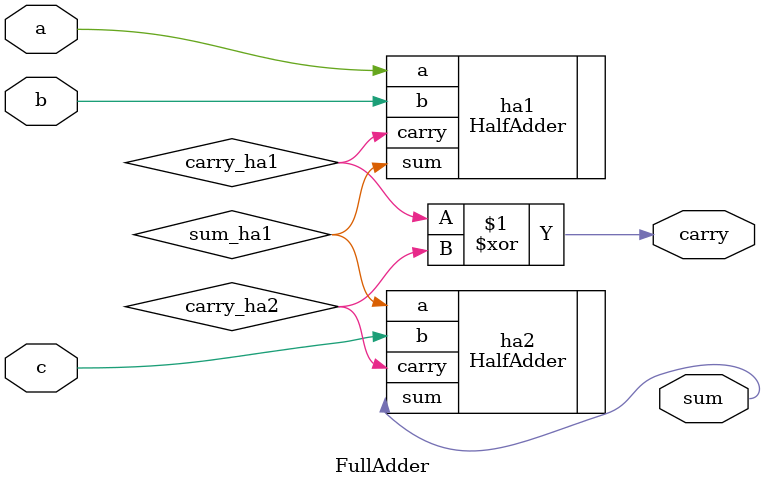
<source format=v>
module FullAdder
(
    input a,
    input b,
    input c,
    output sum,
    output carry
);

wire sum_ha1, carry_ha1, carry_ha2;

HalfAdder ha1
(
    .a(a),
    .b(b),
    .sum(sum_ha1),
    .carry(carry_ha1)
);

HalfAdder ha2
(
    .a(sum_ha1),
    .b(c),
    .sum(sum),
    .carry(carry_ha2)
);

assign carry = carry_ha1 ^ carry_ha2;

endmodule

</source>
